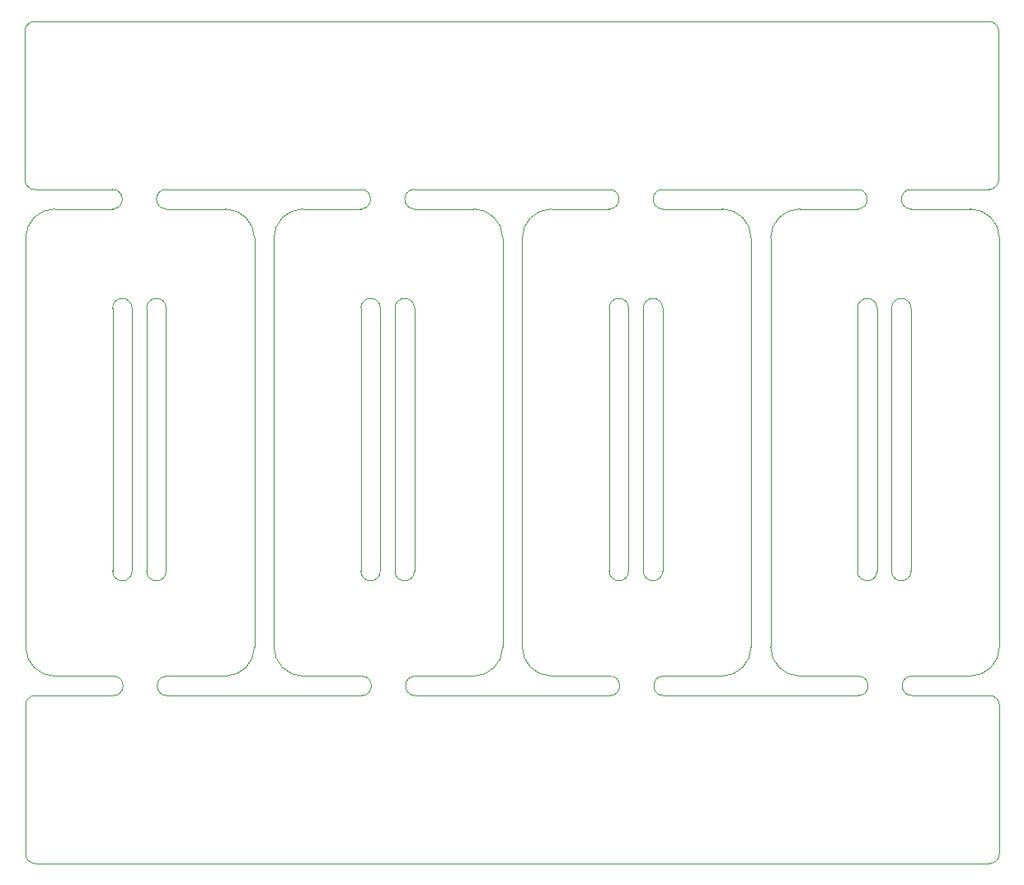
<source format=gm1>
G04 #@! TF.GenerationSoftware,KiCad,Pcbnew,6.0.1-79c1e3a40b~116~ubuntu20.04.1*
G04 #@! TF.CreationDate,2022-01-18T16:27:04+01:00*
G04 #@! TF.ProjectId,4xArduino_GPIB_Adapter,34784172-6475-4696-9e6f-5f475049425f,rev?*
G04 #@! TF.SameCoordinates,Original*
G04 #@! TF.FileFunction,Profile,NP*
%FSLAX46Y46*%
G04 Gerber Fmt 4.6, Leading zero omitted, Abs format (unit mm)*
G04 Created by KiCad (PCBNEW 6.0.1-79c1e3a40b~116~ubuntu20.04.1) date 2022-01-18 16:27:04*
%MOMM*%
%LPD*%
G01*
G04 APERTURE LIST*
G04 #@! TA.AperFunction,Profile*
%ADD10C,0.100000*%
G04 #@! TD*
G04 APERTURE END LIST*
D10*
X95475000Y-116700000D02*
G75*
G03*
X98475000Y-119700000I3000001J1D01*
G01*
X186490000Y-119700000D02*
G75*
G03*
X186490000Y-121700000I0J-1000000D01*
G01*
X160910000Y-69700000D02*
X180900000Y-69700000D01*
X95470000Y-137950000D02*
X95470001Y-122697106D01*
X166975000Y-71700000D02*
X160910000Y-71700000D01*
X174975000Y-119700000D02*
X180980000Y-119700000D01*
X160990000Y-121700000D02*
X180980000Y-121700000D01*
X109990000Y-121700000D02*
X129980000Y-121700000D01*
X109910000Y-69700000D02*
G75*
G03*
X109910000Y-71700000I0J-1000000D01*
G01*
X194399999Y-69702894D02*
G75*
G03*
X195399999Y-68702894I-3J1000003D01*
G01*
X155400000Y-71700000D02*
X149475000Y-71700000D01*
X135490000Y-119700000D02*
G75*
G03*
X135490000Y-121700000I0J-1000000D01*
G01*
X149475000Y-71700000D02*
G75*
G03*
X146475000Y-74700000I1J-3000001D01*
G01*
X149475000Y-119700000D02*
X155480000Y-119700000D01*
X195472894Y-122697107D02*
X195470000Y-137950000D01*
X174975000Y-71700000D02*
G75*
G03*
X171975000Y-74700000I1J-3000001D01*
G01*
X144475000Y-74700000D02*
G75*
G03*
X141475000Y-71700000I-3000001J-1D01*
G01*
X115975000Y-71700000D02*
X109910000Y-71700000D01*
X195475000Y-74700000D02*
G75*
G03*
X192475000Y-71700000I-3000001J-1D01*
G01*
X135490000Y-119700000D02*
X141475000Y-119700000D01*
X95397106Y-68702893D02*
X95400000Y-53450000D01*
X96397106Y-69702893D02*
X104400000Y-69700000D01*
X180980000Y-121700000D02*
G75*
G03*
X180980000Y-119700000I0J1000000D01*
G01*
X171975000Y-74700000D02*
X171975000Y-116700000D01*
X194472894Y-121697107D02*
X186490000Y-121700000D01*
X129980000Y-121700000D02*
G75*
G03*
X129980000Y-119700000I0J1000000D01*
G01*
X186410000Y-69700000D02*
G75*
G03*
X186410000Y-71700000I0J-1000000D01*
G01*
X120975000Y-74700000D02*
X120975000Y-116700000D01*
X104400000Y-71700000D02*
G75*
G03*
X104400000Y-69700000I0J1000000D01*
G01*
X109990000Y-119700000D02*
X115975000Y-119700000D01*
X166975000Y-119700000D02*
G75*
G03*
X169975000Y-116700000I-1J3000001D01*
G01*
X146475000Y-116700000D02*
G75*
G03*
X149475000Y-119700000I3000001J1D01*
G01*
X169975000Y-116700000D02*
X169975000Y-74700000D01*
X171975000Y-116700000D02*
G75*
G03*
X174975000Y-119700000I3000001J1D01*
G01*
X186490000Y-119700000D02*
X192475000Y-119700000D01*
X195400000Y-53450000D02*
X195399999Y-68702894D01*
X96470001Y-121697106D02*
G75*
G03*
X95470001Y-122697106I3J-1000003D01*
G01*
X98475000Y-71700000D02*
G75*
G03*
X95475000Y-74700000I1J-3000001D01*
G01*
X135490000Y-121700000D02*
X155480000Y-121700000D01*
X115975000Y-119700000D02*
G75*
G03*
X118975000Y-116700000I-1J3000001D01*
G01*
X155400000Y-71700000D02*
G75*
G03*
X155400000Y-69700000I0J1000000D01*
G01*
X104480000Y-121700000D02*
X96470001Y-121697106D01*
X146475000Y-74700000D02*
X146475000Y-116700000D01*
X180900000Y-71700000D02*
G75*
G03*
X180900000Y-69700000I0J1000000D01*
G01*
X160990000Y-119700000D02*
G75*
G03*
X160990000Y-121700000I0J-1000000D01*
G01*
X186410000Y-69700000D02*
X194399999Y-69702894D01*
X109910000Y-69700000D02*
X129900000Y-69700000D01*
X192475000Y-71700000D02*
X186410000Y-71700000D01*
X135410000Y-69700000D02*
X155400000Y-69700000D01*
X95470000Y-137950000D02*
G75*
G03*
X96470000Y-138950000I1000003J3D01*
G01*
X194470000Y-138950000D02*
X96470000Y-138950000D01*
X192475000Y-119700000D02*
G75*
G03*
X195475000Y-116700000I-1J3000001D01*
G01*
X95475000Y-74700000D02*
X95475000Y-116700000D01*
X194470000Y-138950000D02*
G75*
G03*
X195470000Y-137950000I-3J1000003D01*
G01*
X96400000Y-52450000D02*
G75*
G03*
X95400000Y-53450000I3J-1000003D01*
G01*
X141475000Y-119700000D02*
G75*
G03*
X144475000Y-116700000I-1J3000001D01*
G01*
X123975000Y-119700000D02*
X129980000Y-119700000D01*
X104480000Y-121700000D02*
G75*
G03*
X104480000Y-119700000I0J1000000D01*
G01*
X180900000Y-71700000D02*
X174975000Y-71700000D01*
X95397106Y-68702893D02*
G75*
G03*
X96397106Y-69702893I1000003J3D01*
G01*
X123975000Y-71700000D02*
G75*
G03*
X120975000Y-74700000I1J-3000001D01*
G01*
X195475000Y-116700000D02*
X195475000Y-74700000D01*
X141475000Y-71700000D02*
X135410000Y-71700000D01*
X195400000Y-53450000D02*
G75*
G03*
X194400000Y-52450000I-1000003J-3D01*
G01*
X96400000Y-52450000D02*
X194400000Y-52450000D01*
X169975000Y-74700000D02*
G75*
G03*
X166975000Y-71700000I-3000001J-1D01*
G01*
X129900000Y-71700000D02*
X123975000Y-71700000D01*
X129900000Y-71700000D02*
G75*
G03*
X129900000Y-69700000I0J1000000D01*
G01*
X155480000Y-121700000D02*
G75*
G03*
X155480000Y-119700000I0J1000000D01*
G01*
X160910000Y-69700000D02*
G75*
G03*
X160910000Y-71700000I0J-1000000D01*
G01*
X135410000Y-69700000D02*
G75*
G03*
X135410000Y-71700000I0J-1000000D01*
G01*
X118975000Y-74700000D02*
G75*
G03*
X115975000Y-71700000I-3000001J-1D01*
G01*
X160990000Y-119700000D02*
X166975000Y-119700000D01*
X109990000Y-119700000D02*
G75*
G03*
X109990000Y-121700000I0J-1000000D01*
G01*
X120975000Y-116700000D02*
G75*
G03*
X123975000Y-119700000I3000001J1D01*
G01*
X118975000Y-116700000D02*
X118975000Y-74700000D01*
X104400000Y-71700000D02*
X98475000Y-71700000D01*
X144475000Y-116700000D02*
X144475000Y-74700000D01*
X98475000Y-119700000D02*
X104480000Y-119700000D01*
X195472894Y-122697107D02*
G75*
G03*
X194472894Y-121697107I-1000003J-3D01*
G01*
X107900000Y-108900000D02*
X107900000Y-81900000D01*
X109900000Y-81900000D02*
X109900000Y-108900000D01*
X104400000Y-81900000D02*
X104400000Y-108900000D01*
X106400000Y-108900000D02*
X106400000Y-81900000D01*
X107900000Y-108900000D02*
G75*
G03*
X109900000Y-108900000I1000000J0D01*
G01*
X109900000Y-81900000D02*
G75*
G03*
X107900000Y-81900000I-1000000J0D01*
G01*
X106400000Y-81900000D02*
G75*
G03*
X104400000Y-81900000I-1000000J0D01*
G01*
X104400000Y-108900000D02*
G75*
G03*
X106400000Y-108900000I1000000J0D01*
G01*
X129900000Y-81900000D02*
X129900000Y-108900000D01*
X133400000Y-108900000D02*
X133400000Y-81900000D01*
X131900000Y-108900000D02*
X131900000Y-81900000D01*
X135400000Y-81900000D02*
X135400000Y-108900000D01*
X129900000Y-108900000D02*
G75*
G03*
X131900000Y-108900000I1000000J0D01*
G01*
X133400000Y-108900000D02*
G75*
G03*
X135400000Y-108900000I1000000J0D01*
G01*
X135400000Y-81900000D02*
G75*
G03*
X133400000Y-81900000I-1000000J0D01*
G01*
X131900000Y-81900000D02*
G75*
G03*
X129900000Y-81900000I-1000000J0D01*
G01*
X184400000Y-108900000D02*
X184400000Y-81900000D01*
X180900000Y-81900000D02*
X180900000Y-108900000D01*
X182900000Y-108900000D02*
X182900000Y-81900000D01*
X186400000Y-81900000D02*
X186400000Y-108900000D01*
X186400000Y-81900000D02*
G75*
G03*
X184400000Y-81900000I-1000000J0D01*
G01*
X184400000Y-108900000D02*
G75*
G03*
X186400000Y-108900000I1000000J0D01*
G01*
X182900000Y-81900000D02*
G75*
G03*
X180900000Y-81900000I-1000000J0D01*
G01*
X180900000Y-108900000D02*
G75*
G03*
X182900000Y-108900000I1000000J0D01*
G01*
X158900000Y-108900000D02*
X158900000Y-81900000D01*
X155400000Y-81900000D02*
X155400000Y-108900000D01*
X157400000Y-108900000D02*
X157400000Y-81900000D01*
X160900000Y-81900000D02*
X160900000Y-108900000D01*
X155400000Y-108900000D02*
G75*
G03*
X157400000Y-108900000I1000000J0D01*
G01*
X157400000Y-81900000D02*
G75*
G03*
X155400000Y-81900000I-1000000J0D01*
G01*
X158900000Y-108900000D02*
G75*
G03*
X160900000Y-108900000I1000000J0D01*
G01*
X160900000Y-81900000D02*
G75*
G03*
X158900000Y-81900000I-1000000J0D01*
G01*
M02*

</source>
